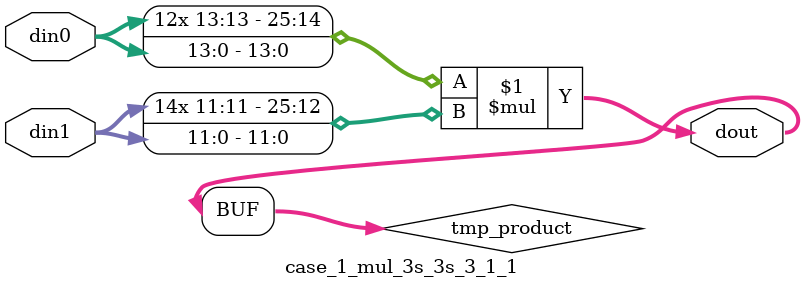
<source format=v>

`timescale 1 ns / 1 ps

 module case_1_mul_3s_3s_3_1_1(din0, din1, dout);
parameter ID = 1;
parameter NUM_STAGE = 0;
parameter din0_WIDTH = 14;
parameter din1_WIDTH = 12;
parameter dout_WIDTH = 26;

input [din0_WIDTH - 1 : 0] din0; 
input [din1_WIDTH - 1 : 0] din1; 
output [dout_WIDTH - 1 : 0] dout;

wire signed [dout_WIDTH - 1 : 0] tmp_product;



























assign tmp_product = $signed(din0) * $signed(din1);








assign dout = tmp_product;





















endmodule

</source>
